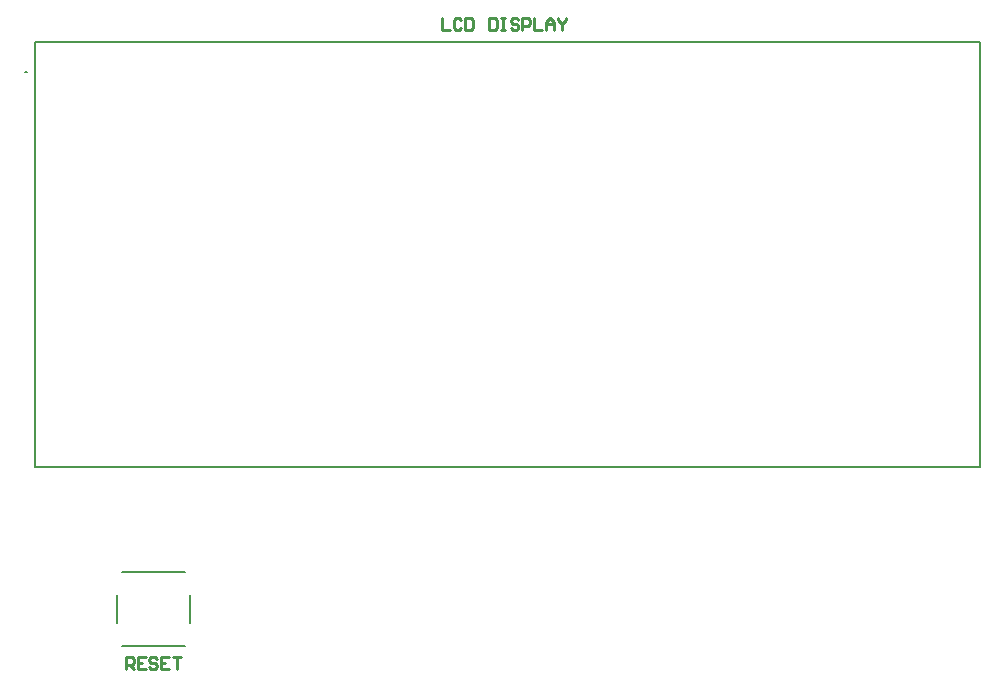
<source format=gto>
G04*
G04 #@! TF.GenerationSoftware,Altium Limited,Altium Designer,21.3.2 (30)*
G04*
G04 Layer_Color=65535*
%FSLAX25Y25*%
%MOIN*%
G70*
G04*
G04 #@! TF.SameCoordinates,C5F37314-CDAC-41E9-AC7F-4832BFE522EA*
G04*
G04*
G04 #@! TF.FilePolarity,Positive*
G04*
G01*
G75*
%ADD10C,0.00787*%
%ADD11C,0.00500*%
%ADD12C,0.01000*%
D10*
X36811Y257874D02*
X36024D01*
X36811D01*
X68307Y66535D02*
X89173D01*
X90945Y74016D02*
Y83465D01*
X66535Y74016D02*
Y83465D01*
X68307Y90945D02*
X89173D01*
D11*
X39370Y267717D02*
X354331D01*
Y125984D02*
Y267717D01*
X39370Y125984D02*
X354331D01*
X39370D02*
Y267717D01*
D12*
X69600Y58700D02*
Y62636D01*
X71568D01*
X72224Y61980D01*
Y60668D01*
X71568Y60012D01*
X69600D01*
X70912D02*
X72224Y58700D01*
X76160Y62636D02*
X73536D01*
Y58700D01*
X76160D01*
X73536Y60668D02*
X74848D01*
X80095Y61980D02*
X79439Y62636D01*
X78127D01*
X77472Y61980D01*
Y61324D01*
X78127Y60668D01*
X79439D01*
X80095Y60012D01*
Y59356D01*
X79439Y58700D01*
X78127D01*
X77472Y59356D01*
X84031Y62636D02*
X81407D01*
Y58700D01*
X84031D01*
X81407Y60668D02*
X82719D01*
X85343Y62636D02*
X87967D01*
X86655D01*
Y58700D01*
X174900Y275736D02*
Y271800D01*
X177524D01*
X181460Y275080D02*
X180804Y275736D01*
X179492D01*
X178836Y275080D01*
Y272456D01*
X179492Y271800D01*
X180804D01*
X181460Y272456D01*
X182772Y275736D02*
Y271800D01*
X184739D01*
X185395Y272456D01*
Y275080D01*
X184739Y275736D01*
X182772D01*
X190643D02*
Y271800D01*
X192611D01*
X193267Y272456D01*
Y275080D01*
X192611Y275736D01*
X190643D01*
X194579D02*
X195891D01*
X195235D01*
Y271800D01*
X194579D01*
X195891D01*
X200482Y275080D02*
X199826Y275736D01*
X198514D01*
X197859Y275080D01*
Y274424D01*
X198514Y273768D01*
X199826D01*
X200482Y273112D01*
Y272456D01*
X199826Y271800D01*
X198514D01*
X197859Y272456D01*
X201794Y271800D02*
Y275736D01*
X203762D01*
X204418Y275080D01*
Y273768D01*
X203762Y273112D01*
X201794D01*
X205730Y275736D02*
Y271800D01*
X208354D01*
X209666D02*
Y274424D01*
X210978Y275736D01*
X212290Y274424D01*
Y271800D01*
Y273768D01*
X209666D01*
X213601Y275736D02*
Y275080D01*
X214913Y273768D01*
X216225Y275080D01*
Y275736D01*
X214913Y273768D02*
Y271800D01*
M02*

</source>
